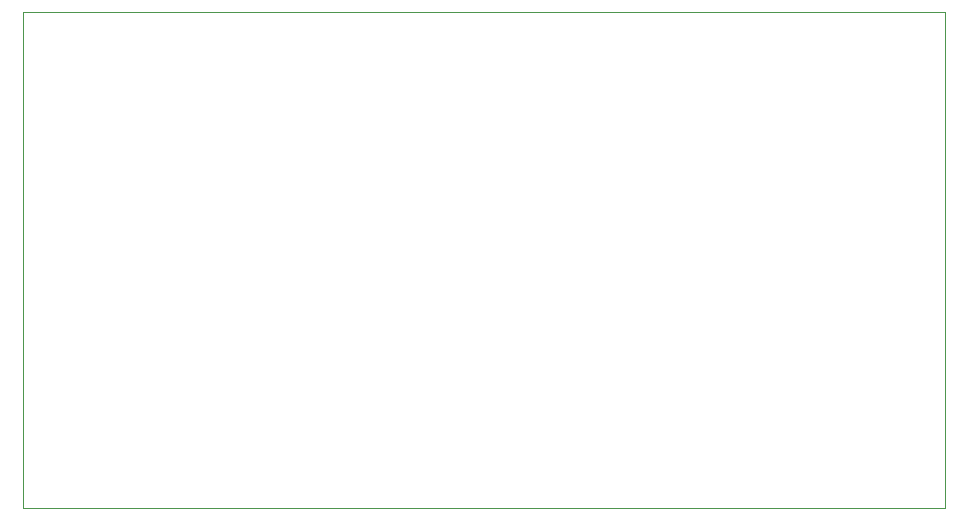
<source format=gbr>
%TF.GenerationSoftware,KiCad,Pcbnew,9.0.6*%
%TF.CreationDate,2025-11-09T20:54:40-05:00*%
%TF.ProjectId,TTEFI,54544546-492e-46b6-9963-61645f706362,rev?*%
%TF.SameCoordinates,Original*%
%TF.FileFunction,Profile,NP*%
%FSLAX46Y46*%
G04 Gerber Fmt 4.6, Leading zero omitted, Abs format (unit mm)*
G04 Created by KiCad (PCBNEW 9.0.6) date 2025-11-09 20:54:40*
%MOMM*%
%LPD*%
G01*
G04 APERTURE LIST*
%TA.AperFunction,Profile*%
%ADD10C,0.050000*%
%TD*%
G04 APERTURE END LIST*
D10*
X87500000Y-84500000D02*
X165500000Y-84500000D01*
X165500000Y-126500000D01*
X87500000Y-126500000D01*
X87500000Y-84500000D01*
M02*

</source>
